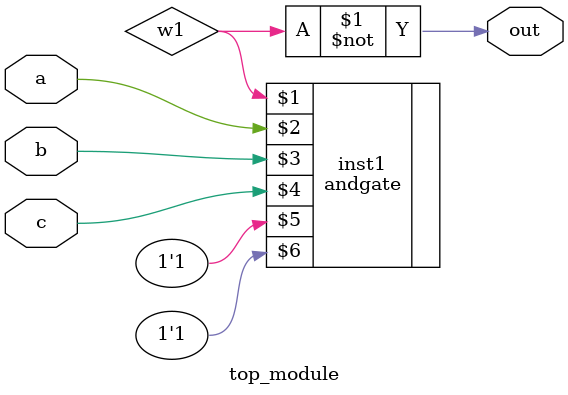
<source format=v>
module top_module (input a, input b, input c, output out);//
   wire w1;
    
    andgate inst1 ( w1,a, b, c,1'b1,1'b1);
    assign out = ~w1;

endmodule

</source>
